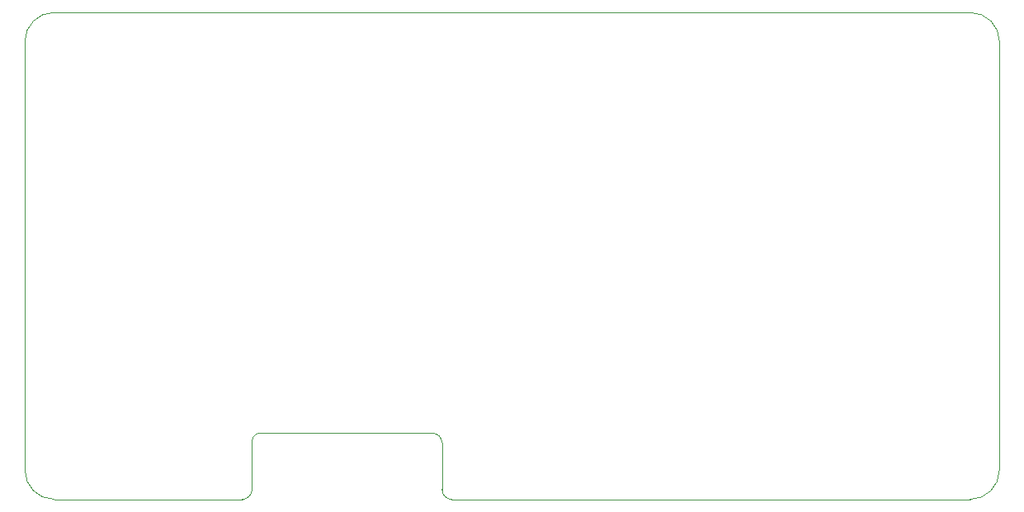
<source format=gbr>
%TF.GenerationSoftware,KiCad,Pcbnew,(6.0.4)*%
%TF.CreationDate,2023-03-24T19:38:28+01:00*%
%TF.ProjectId,test,74657374-2e6b-4696-9361-645f70636258,rev?*%
%TF.SameCoordinates,Original*%
%TF.FileFunction,Profile,NP*%
%FSLAX46Y46*%
G04 Gerber Fmt 4.6, Leading zero omitted, Abs format (unit mm)*
G04 Created by KiCad (PCBNEW (6.0.4)) date 2023-03-24 19:38:28*
%MOMM*%
%LPD*%
G01*
G04 APERTURE LIST*
%TA.AperFunction,Profile*%
%ADD10C,0.100000*%
%TD*%
G04 APERTURE END LIST*
D10*
X22300000Y-50000000D02*
G75*
G03*
X23300000Y-49000000I0J1000000D01*
G01*
X97000000Y-50000000D02*
G75*
G03*
X100000000Y-47000000I0J3000000D01*
G01*
X24300000Y-43200000D02*
X41800000Y-43200000D01*
X3000000Y-50000000D02*
X22300000Y-50000000D01*
X24300000Y-43200000D02*
G75*
G03*
X23300000Y-44000000I-100000J-900000D01*
G01*
X67500000Y-50000000D02*
X97000000Y-50000000D01*
X100000000Y-47000000D02*
X100000000Y-3000000D01*
X97000000Y0D02*
X3000000Y0D01*
X0Y-47000000D02*
G75*
G03*
X3000000Y-50000000I3000000J0D01*
G01*
X42800000Y-49000000D02*
G75*
G03*
X43800000Y-50000000I1000000J0D01*
G01*
X42800000Y-44200000D02*
X42800000Y-49000000D01*
X42800000Y-44200000D02*
G75*
G03*
X41800000Y-43200000I-1000000J0D01*
G01*
X43800000Y-50000000D02*
X67500000Y-50000000D01*
X3000000Y0D02*
G75*
G03*
X0Y-3000000I0J-3000000D01*
G01*
X0Y-47000000D02*
X0Y-3000000D01*
X23300000Y-49000000D02*
X23300000Y-44000000D01*
X100000000Y-3000000D02*
G75*
G03*
X97000000Y0I-3000000J0D01*
G01*
M02*

</source>
